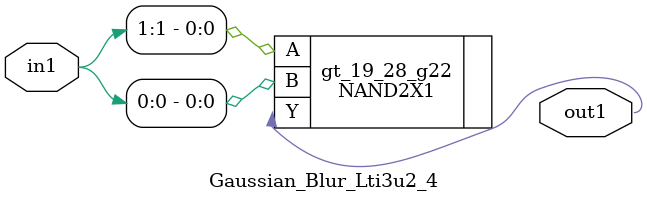
<source format=v>
`timescale 1ps / 1ps


module Gaussian_Blur_Lti3u2_4(in1, out1);
  input [1:0] in1;
  output out1;
  wire [1:0] in1;
  wire out1;
  NAND2X1 gt_19_28_g22(.A (in1[1]), .B (in1[0]), .Y (out1));
endmodule



</source>
